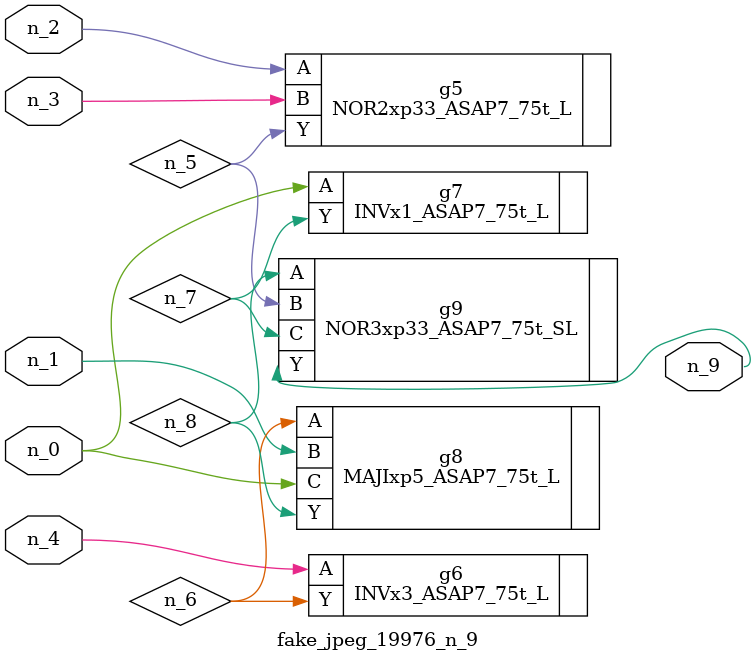
<source format=v>
module fake_jpeg_19976_n_9 (n_3, n_2, n_1, n_0, n_4, n_9);

input n_3;
input n_2;
input n_1;
input n_0;
input n_4;

output n_9;

wire n_8;
wire n_6;
wire n_5;
wire n_7;

NOR2xp33_ASAP7_75t_L g5 ( 
.A(n_2),
.B(n_3),
.Y(n_5)
);

INVx3_ASAP7_75t_L g6 ( 
.A(n_4),
.Y(n_6)
);

INVx1_ASAP7_75t_L g7 ( 
.A(n_0),
.Y(n_7)
);

MAJIxp5_ASAP7_75t_L g8 ( 
.A(n_6),
.B(n_1),
.C(n_0),
.Y(n_8)
);

NOR3xp33_ASAP7_75t_SL g9 ( 
.A(n_8),
.B(n_5),
.C(n_7),
.Y(n_9)
);


endmodule
</source>
